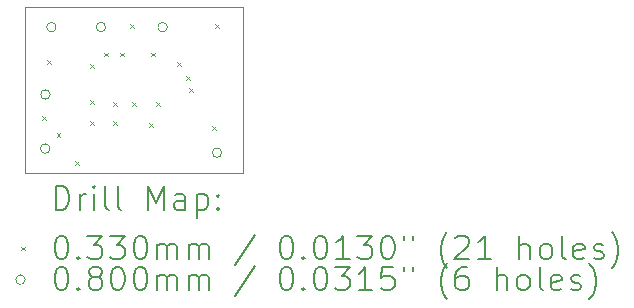
<source format=gbr>
%TF.GenerationSoftware,KiCad,Pcbnew,8.0.8-8.0.8-0~ubuntu24.04.1*%
%TF.CreationDate,2025-02-14T12:49:03-06:00*%
%TF.ProjectId,tof_module,746f665f-6d6f-4647-956c-652e6b696361,rev?*%
%TF.SameCoordinates,Original*%
%TF.FileFunction,Drillmap*%
%TF.FilePolarity,Positive*%
%FSLAX45Y45*%
G04 Gerber Fmt 4.5, Leading zero omitted, Abs format (unit mm)*
G04 Created by KiCad (PCBNEW 8.0.8-8.0.8-0~ubuntu24.04.1) date 2025-02-14 12:49:03*
%MOMM*%
%LPD*%
G01*
G04 APERTURE LIST*
%ADD10C,0.050000*%
%ADD11C,0.200000*%
%ADD12C,0.100000*%
G04 APERTURE END LIST*
D10*
X10740000Y-7640000D02*
X12580000Y-7640000D01*
X12580000Y-9040000D01*
X10740000Y-9040000D01*
X10740000Y-7640000D01*
D11*
D12*
X10883490Y-8563490D02*
X10916510Y-8596510D01*
X10916510Y-8563490D02*
X10883490Y-8596510D01*
X10923490Y-8083490D02*
X10956510Y-8116510D01*
X10956510Y-8083490D02*
X10923490Y-8116510D01*
X11003490Y-8703490D02*
X11036510Y-8736510D01*
X11036510Y-8703490D02*
X11003490Y-8736510D01*
X11163490Y-8943490D02*
X11196510Y-8976510D01*
X11196510Y-8943490D02*
X11163490Y-8976510D01*
X11283490Y-8123490D02*
X11316510Y-8156510D01*
X11316510Y-8123490D02*
X11283490Y-8156510D01*
X11283490Y-8423490D02*
X11316510Y-8456510D01*
X11316510Y-8423490D02*
X11283490Y-8456510D01*
X11283490Y-8603490D02*
X11316510Y-8636510D01*
X11316510Y-8603490D02*
X11283490Y-8636510D01*
X11403490Y-8023490D02*
X11436510Y-8056510D01*
X11436510Y-8023490D02*
X11403490Y-8056510D01*
X11483490Y-8443490D02*
X11516510Y-8476510D01*
X11516510Y-8443490D02*
X11483490Y-8476510D01*
X11483490Y-8603490D02*
X11516510Y-8636510D01*
X11516510Y-8603490D02*
X11483490Y-8636510D01*
X11543490Y-8023490D02*
X11576510Y-8056510D01*
X11576510Y-8023490D02*
X11543490Y-8056510D01*
X11623490Y-7783490D02*
X11656510Y-7816510D01*
X11656510Y-7783490D02*
X11623490Y-7816510D01*
X11643490Y-8443490D02*
X11676510Y-8476510D01*
X11676510Y-8443490D02*
X11643490Y-8476510D01*
X11783490Y-8623490D02*
X11816510Y-8656510D01*
X11816510Y-8623490D02*
X11783490Y-8656510D01*
X11803490Y-8023490D02*
X11836510Y-8056510D01*
X11836510Y-8023490D02*
X11803490Y-8056510D01*
X11843490Y-8443490D02*
X11876510Y-8476510D01*
X11876510Y-8443490D02*
X11843490Y-8476510D01*
X12023490Y-8103490D02*
X12056510Y-8136510D01*
X12056510Y-8103490D02*
X12023490Y-8136510D01*
X12103490Y-8223490D02*
X12136510Y-8256510D01*
X12136510Y-8223490D02*
X12103490Y-8256510D01*
X12123490Y-8323490D02*
X12156510Y-8356510D01*
X12156510Y-8323490D02*
X12123490Y-8356510D01*
X12323490Y-8643490D02*
X12356510Y-8676510D01*
X12356510Y-8643490D02*
X12323490Y-8676510D01*
X12343490Y-7783490D02*
X12376510Y-7816510D01*
X12376510Y-7783490D02*
X12343490Y-7816510D01*
X10947562Y-8836819D02*
G75*
G02*
X10867562Y-8836819I-40000J0D01*
G01*
X10867562Y-8836819D02*
G75*
G02*
X10947562Y-8836819I40000J0D01*
G01*
X10948906Y-8379293D02*
G75*
G02*
X10868906Y-8379293I-40000J0D01*
G01*
X10868906Y-8379293D02*
G75*
G02*
X10948906Y-8379293I40000J0D01*
G01*
X10999632Y-7808000D02*
G75*
G02*
X10919632Y-7808000I-40000J0D01*
G01*
X10919632Y-7808000D02*
G75*
G02*
X10999632Y-7808000I40000J0D01*
G01*
X11418844Y-7808000D02*
G75*
G02*
X11338844Y-7808000I-40000J0D01*
G01*
X11338844Y-7808000D02*
G75*
G02*
X11418844Y-7808000I40000J0D01*
G01*
X11940913Y-7808000D02*
G75*
G02*
X11860913Y-7808000I-40000J0D01*
G01*
X11860913Y-7808000D02*
G75*
G02*
X11940913Y-7808000I40000J0D01*
G01*
X12401814Y-8871541D02*
G75*
G02*
X12321814Y-8871541I-40000J0D01*
G01*
X12321814Y-8871541D02*
G75*
G02*
X12401814Y-8871541I40000J0D01*
G01*
D11*
X10998277Y-9353984D02*
X10998277Y-9153984D01*
X10998277Y-9153984D02*
X11045896Y-9153984D01*
X11045896Y-9153984D02*
X11074467Y-9163508D01*
X11074467Y-9163508D02*
X11093515Y-9182555D01*
X11093515Y-9182555D02*
X11103039Y-9201603D01*
X11103039Y-9201603D02*
X11112563Y-9239698D01*
X11112563Y-9239698D02*
X11112563Y-9268270D01*
X11112563Y-9268270D02*
X11103039Y-9306365D01*
X11103039Y-9306365D02*
X11093515Y-9325412D01*
X11093515Y-9325412D02*
X11074467Y-9344460D01*
X11074467Y-9344460D02*
X11045896Y-9353984D01*
X11045896Y-9353984D02*
X10998277Y-9353984D01*
X11198277Y-9353984D02*
X11198277Y-9220650D01*
X11198277Y-9258746D02*
X11207801Y-9239698D01*
X11207801Y-9239698D02*
X11217324Y-9230174D01*
X11217324Y-9230174D02*
X11236372Y-9220650D01*
X11236372Y-9220650D02*
X11255420Y-9220650D01*
X11322086Y-9353984D02*
X11322086Y-9220650D01*
X11322086Y-9153984D02*
X11312562Y-9163508D01*
X11312562Y-9163508D02*
X11322086Y-9173031D01*
X11322086Y-9173031D02*
X11331610Y-9163508D01*
X11331610Y-9163508D02*
X11322086Y-9153984D01*
X11322086Y-9153984D02*
X11322086Y-9173031D01*
X11445896Y-9353984D02*
X11426848Y-9344460D01*
X11426848Y-9344460D02*
X11417324Y-9325412D01*
X11417324Y-9325412D02*
X11417324Y-9153984D01*
X11550658Y-9353984D02*
X11531610Y-9344460D01*
X11531610Y-9344460D02*
X11522086Y-9325412D01*
X11522086Y-9325412D02*
X11522086Y-9153984D01*
X11779229Y-9353984D02*
X11779229Y-9153984D01*
X11779229Y-9153984D02*
X11845896Y-9296841D01*
X11845896Y-9296841D02*
X11912562Y-9153984D01*
X11912562Y-9153984D02*
X11912562Y-9353984D01*
X12093515Y-9353984D02*
X12093515Y-9249222D01*
X12093515Y-9249222D02*
X12083991Y-9230174D01*
X12083991Y-9230174D02*
X12064943Y-9220650D01*
X12064943Y-9220650D02*
X12026848Y-9220650D01*
X12026848Y-9220650D02*
X12007801Y-9230174D01*
X12093515Y-9344460D02*
X12074467Y-9353984D01*
X12074467Y-9353984D02*
X12026848Y-9353984D01*
X12026848Y-9353984D02*
X12007801Y-9344460D01*
X12007801Y-9344460D02*
X11998277Y-9325412D01*
X11998277Y-9325412D02*
X11998277Y-9306365D01*
X11998277Y-9306365D02*
X12007801Y-9287317D01*
X12007801Y-9287317D02*
X12026848Y-9277793D01*
X12026848Y-9277793D02*
X12074467Y-9277793D01*
X12074467Y-9277793D02*
X12093515Y-9268270D01*
X12188753Y-9220650D02*
X12188753Y-9420650D01*
X12188753Y-9230174D02*
X12207801Y-9220650D01*
X12207801Y-9220650D02*
X12245896Y-9220650D01*
X12245896Y-9220650D02*
X12264943Y-9230174D01*
X12264943Y-9230174D02*
X12274467Y-9239698D01*
X12274467Y-9239698D02*
X12283991Y-9258746D01*
X12283991Y-9258746D02*
X12283991Y-9315889D01*
X12283991Y-9315889D02*
X12274467Y-9334936D01*
X12274467Y-9334936D02*
X12264943Y-9344460D01*
X12264943Y-9344460D02*
X12245896Y-9353984D01*
X12245896Y-9353984D02*
X12207801Y-9353984D01*
X12207801Y-9353984D02*
X12188753Y-9344460D01*
X12369705Y-9334936D02*
X12379229Y-9344460D01*
X12379229Y-9344460D02*
X12369705Y-9353984D01*
X12369705Y-9353984D02*
X12360182Y-9344460D01*
X12360182Y-9344460D02*
X12369705Y-9334936D01*
X12369705Y-9334936D02*
X12369705Y-9353984D01*
X12369705Y-9230174D02*
X12379229Y-9239698D01*
X12379229Y-9239698D02*
X12369705Y-9249222D01*
X12369705Y-9249222D02*
X12360182Y-9239698D01*
X12360182Y-9239698D02*
X12369705Y-9230174D01*
X12369705Y-9230174D02*
X12369705Y-9249222D01*
D12*
X10704480Y-9665990D02*
X10737500Y-9699010D01*
X10737500Y-9665990D02*
X10704480Y-9699010D01*
D11*
X11036372Y-9573984D02*
X11055420Y-9573984D01*
X11055420Y-9573984D02*
X11074467Y-9583508D01*
X11074467Y-9583508D02*
X11083991Y-9593031D01*
X11083991Y-9593031D02*
X11093515Y-9612079D01*
X11093515Y-9612079D02*
X11103039Y-9650174D01*
X11103039Y-9650174D02*
X11103039Y-9697793D01*
X11103039Y-9697793D02*
X11093515Y-9735889D01*
X11093515Y-9735889D02*
X11083991Y-9754936D01*
X11083991Y-9754936D02*
X11074467Y-9764460D01*
X11074467Y-9764460D02*
X11055420Y-9773984D01*
X11055420Y-9773984D02*
X11036372Y-9773984D01*
X11036372Y-9773984D02*
X11017324Y-9764460D01*
X11017324Y-9764460D02*
X11007801Y-9754936D01*
X11007801Y-9754936D02*
X10998277Y-9735889D01*
X10998277Y-9735889D02*
X10988753Y-9697793D01*
X10988753Y-9697793D02*
X10988753Y-9650174D01*
X10988753Y-9650174D02*
X10998277Y-9612079D01*
X10998277Y-9612079D02*
X11007801Y-9593031D01*
X11007801Y-9593031D02*
X11017324Y-9583508D01*
X11017324Y-9583508D02*
X11036372Y-9573984D01*
X11188753Y-9754936D02*
X11198277Y-9764460D01*
X11198277Y-9764460D02*
X11188753Y-9773984D01*
X11188753Y-9773984D02*
X11179229Y-9764460D01*
X11179229Y-9764460D02*
X11188753Y-9754936D01*
X11188753Y-9754936D02*
X11188753Y-9773984D01*
X11264943Y-9573984D02*
X11388753Y-9573984D01*
X11388753Y-9573984D02*
X11322086Y-9650174D01*
X11322086Y-9650174D02*
X11350658Y-9650174D01*
X11350658Y-9650174D02*
X11369705Y-9659698D01*
X11369705Y-9659698D02*
X11379229Y-9669222D01*
X11379229Y-9669222D02*
X11388753Y-9688270D01*
X11388753Y-9688270D02*
X11388753Y-9735889D01*
X11388753Y-9735889D02*
X11379229Y-9754936D01*
X11379229Y-9754936D02*
X11369705Y-9764460D01*
X11369705Y-9764460D02*
X11350658Y-9773984D01*
X11350658Y-9773984D02*
X11293515Y-9773984D01*
X11293515Y-9773984D02*
X11274467Y-9764460D01*
X11274467Y-9764460D02*
X11264943Y-9754936D01*
X11455420Y-9573984D02*
X11579229Y-9573984D01*
X11579229Y-9573984D02*
X11512562Y-9650174D01*
X11512562Y-9650174D02*
X11541134Y-9650174D01*
X11541134Y-9650174D02*
X11560182Y-9659698D01*
X11560182Y-9659698D02*
X11569705Y-9669222D01*
X11569705Y-9669222D02*
X11579229Y-9688270D01*
X11579229Y-9688270D02*
X11579229Y-9735889D01*
X11579229Y-9735889D02*
X11569705Y-9754936D01*
X11569705Y-9754936D02*
X11560182Y-9764460D01*
X11560182Y-9764460D02*
X11541134Y-9773984D01*
X11541134Y-9773984D02*
X11483991Y-9773984D01*
X11483991Y-9773984D02*
X11464943Y-9764460D01*
X11464943Y-9764460D02*
X11455420Y-9754936D01*
X11703039Y-9573984D02*
X11722086Y-9573984D01*
X11722086Y-9573984D02*
X11741134Y-9583508D01*
X11741134Y-9583508D02*
X11750658Y-9593031D01*
X11750658Y-9593031D02*
X11760182Y-9612079D01*
X11760182Y-9612079D02*
X11769705Y-9650174D01*
X11769705Y-9650174D02*
X11769705Y-9697793D01*
X11769705Y-9697793D02*
X11760182Y-9735889D01*
X11760182Y-9735889D02*
X11750658Y-9754936D01*
X11750658Y-9754936D02*
X11741134Y-9764460D01*
X11741134Y-9764460D02*
X11722086Y-9773984D01*
X11722086Y-9773984D02*
X11703039Y-9773984D01*
X11703039Y-9773984D02*
X11683991Y-9764460D01*
X11683991Y-9764460D02*
X11674467Y-9754936D01*
X11674467Y-9754936D02*
X11664943Y-9735889D01*
X11664943Y-9735889D02*
X11655420Y-9697793D01*
X11655420Y-9697793D02*
X11655420Y-9650174D01*
X11655420Y-9650174D02*
X11664943Y-9612079D01*
X11664943Y-9612079D02*
X11674467Y-9593031D01*
X11674467Y-9593031D02*
X11683991Y-9583508D01*
X11683991Y-9583508D02*
X11703039Y-9573984D01*
X11855420Y-9773984D02*
X11855420Y-9640650D01*
X11855420Y-9659698D02*
X11864943Y-9650174D01*
X11864943Y-9650174D02*
X11883991Y-9640650D01*
X11883991Y-9640650D02*
X11912563Y-9640650D01*
X11912563Y-9640650D02*
X11931610Y-9650174D01*
X11931610Y-9650174D02*
X11941134Y-9669222D01*
X11941134Y-9669222D02*
X11941134Y-9773984D01*
X11941134Y-9669222D02*
X11950658Y-9650174D01*
X11950658Y-9650174D02*
X11969705Y-9640650D01*
X11969705Y-9640650D02*
X11998277Y-9640650D01*
X11998277Y-9640650D02*
X12017324Y-9650174D01*
X12017324Y-9650174D02*
X12026848Y-9669222D01*
X12026848Y-9669222D02*
X12026848Y-9773984D01*
X12122086Y-9773984D02*
X12122086Y-9640650D01*
X12122086Y-9659698D02*
X12131610Y-9650174D01*
X12131610Y-9650174D02*
X12150658Y-9640650D01*
X12150658Y-9640650D02*
X12179229Y-9640650D01*
X12179229Y-9640650D02*
X12198277Y-9650174D01*
X12198277Y-9650174D02*
X12207801Y-9669222D01*
X12207801Y-9669222D02*
X12207801Y-9773984D01*
X12207801Y-9669222D02*
X12217324Y-9650174D01*
X12217324Y-9650174D02*
X12236372Y-9640650D01*
X12236372Y-9640650D02*
X12264943Y-9640650D01*
X12264943Y-9640650D02*
X12283991Y-9650174D01*
X12283991Y-9650174D02*
X12293515Y-9669222D01*
X12293515Y-9669222D02*
X12293515Y-9773984D01*
X12683991Y-9564460D02*
X12512563Y-9821603D01*
X12941134Y-9573984D02*
X12960182Y-9573984D01*
X12960182Y-9573984D02*
X12979229Y-9583508D01*
X12979229Y-9583508D02*
X12988753Y-9593031D01*
X12988753Y-9593031D02*
X12998277Y-9612079D01*
X12998277Y-9612079D02*
X13007801Y-9650174D01*
X13007801Y-9650174D02*
X13007801Y-9697793D01*
X13007801Y-9697793D02*
X12998277Y-9735889D01*
X12998277Y-9735889D02*
X12988753Y-9754936D01*
X12988753Y-9754936D02*
X12979229Y-9764460D01*
X12979229Y-9764460D02*
X12960182Y-9773984D01*
X12960182Y-9773984D02*
X12941134Y-9773984D01*
X12941134Y-9773984D02*
X12922086Y-9764460D01*
X12922086Y-9764460D02*
X12912563Y-9754936D01*
X12912563Y-9754936D02*
X12903039Y-9735889D01*
X12903039Y-9735889D02*
X12893515Y-9697793D01*
X12893515Y-9697793D02*
X12893515Y-9650174D01*
X12893515Y-9650174D02*
X12903039Y-9612079D01*
X12903039Y-9612079D02*
X12912563Y-9593031D01*
X12912563Y-9593031D02*
X12922086Y-9583508D01*
X12922086Y-9583508D02*
X12941134Y-9573984D01*
X13093515Y-9754936D02*
X13103039Y-9764460D01*
X13103039Y-9764460D02*
X13093515Y-9773984D01*
X13093515Y-9773984D02*
X13083991Y-9764460D01*
X13083991Y-9764460D02*
X13093515Y-9754936D01*
X13093515Y-9754936D02*
X13093515Y-9773984D01*
X13226848Y-9573984D02*
X13245896Y-9573984D01*
X13245896Y-9573984D02*
X13264944Y-9583508D01*
X13264944Y-9583508D02*
X13274467Y-9593031D01*
X13274467Y-9593031D02*
X13283991Y-9612079D01*
X13283991Y-9612079D02*
X13293515Y-9650174D01*
X13293515Y-9650174D02*
X13293515Y-9697793D01*
X13293515Y-9697793D02*
X13283991Y-9735889D01*
X13283991Y-9735889D02*
X13274467Y-9754936D01*
X13274467Y-9754936D02*
X13264944Y-9764460D01*
X13264944Y-9764460D02*
X13245896Y-9773984D01*
X13245896Y-9773984D02*
X13226848Y-9773984D01*
X13226848Y-9773984D02*
X13207801Y-9764460D01*
X13207801Y-9764460D02*
X13198277Y-9754936D01*
X13198277Y-9754936D02*
X13188753Y-9735889D01*
X13188753Y-9735889D02*
X13179229Y-9697793D01*
X13179229Y-9697793D02*
X13179229Y-9650174D01*
X13179229Y-9650174D02*
X13188753Y-9612079D01*
X13188753Y-9612079D02*
X13198277Y-9593031D01*
X13198277Y-9593031D02*
X13207801Y-9583508D01*
X13207801Y-9583508D02*
X13226848Y-9573984D01*
X13483991Y-9773984D02*
X13369706Y-9773984D01*
X13426848Y-9773984D02*
X13426848Y-9573984D01*
X13426848Y-9573984D02*
X13407801Y-9602555D01*
X13407801Y-9602555D02*
X13388753Y-9621603D01*
X13388753Y-9621603D02*
X13369706Y-9631127D01*
X13550658Y-9573984D02*
X13674467Y-9573984D01*
X13674467Y-9573984D02*
X13607801Y-9650174D01*
X13607801Y-9650174D02*
X13636372Y-9650174D01*
X13636372Y-9650174D02*
X13655420Y-9659698D01*
X13655420Y-9659698D02*
X13664944Y-9669222D01*
X13664944Y-9669222D02*
X13674467Y-9688270D01*
X13674467Y-9688270D02*
X13674467Y-9735889D01*
X13674467Y-9735889D02*
X13664944Y-9754936D01*
X13664944Y-9754936D02*
X13655420Y-9764460D01*
X13655420Y-9764460D02*
X13636372Y-9773984D01*
X13636372Y-9773984D02*
X13579229Y-9773984D01*
X13579229Y-9773984D02*
X13560182Y-9764460D01*
X13560182Y-9764460D02*
X13550658Y-9754936D01*
X13798277Y-9573984D02*
X13817325Y-9573984D01*
X13817325Y-9573984D02*
X13836372Y-9583508D01*
X13836372Y-9583508D02*
X13845896Y-9593031D01*
X13845896Y-9593031D02*
X13855420Y-9612079D01*
X13855420Y-9612079D02*
X13864944Y-9650174D01*
X13864944Y-9650174D02*
X13864944Y-9697793D01*
X13864944Y-9697793D02*
X13855420Y-9735889D01*
X13855420Y-9735889D02*
X13845896Y-9754936D01*
X13845896Y-9754936D02*
X13836372Y-9764460D01*
X13836372Y-9764460D02*
X13817325Y-9773984D01*
X13817325Y-9773984D02*
X13798277Y-9773984D01*
X13798277Y-9773984D02*
X13779229Y-9764460D01*
X13779229Y-9764460D02*
X13769706Y-9754936D01*
X13769706Y-9754936D02*
X13760182Y-9735889D01*
X13760182Y-9735889D02*
X13750658Y-9697793D01*
X13750658Y-9697793D02*
X13750658Y-9650174D01*
X13750658Y-9650174D02*
X13760182Y-9612079D01*
X13760182Y-9612079D02*
X13769706Y-9593031D01*
X13769706Y-9593031D02*
X13779229Y-9583508D01*
X13779229Y-9583508D02*
X13798277Y-9573984D01*
X13941134Y-9573984D02*
X13941134Y-9612079D01*
X14017325Y-9573984D02*
X14017325Y-9612079D01*
X14312563Y-9850174D02*
X14303039Y-9840650D01*
X14303039Y-9840650D02*
X14283991Y-9812079D01*
X14283991Y-9812079D02*
X14274468Y-9793031D01*
X14274468Y-9793031D02*
X14264944Y-9764460D01*
X14264944Y-9764460D02*
X14255420Y-9716841D01*
X14255420Y-9716841D02*
X14255420Y-9678746D01*
X14255420Y-9678746D02*
X14264944Y-9631127D01*
X14264944Y-9631127D02*
X14274468Y-9602555D01*
X14274468Y-9602555D02*
X14283991Y-9583508D01*
X14283991Y-9583508D02*
X14303039Y-9554936D01*
X14303039Y-9554936D02*
X14312563Y-9545412D01*
X14379229Y-9593031D02*
X14388753Y-9583508D01*
X14388753Y-9583508D02*
X14407801Y-9573984D01*
X14407801Y-9573984D02*
X14455420Y-9573984D01*
X14455420Y-9573984D02*
X14474468Y-9583508D01*
X14474468Y-9583508D02*
X14483991Y-9593031D01*
X14483991Y-9593031D02*
X14493515Y-9612079D01*
X14493515Y-9612079D02*
X14493515Y-9631127D01*
X14493515Y-9631127D02*
X14483991Y-9659698D01*
X14483991Y-9659698D02*
X14369706Y-9773984D01*
X14369706Y-9773984D02*
X14493515Y-9773984D01*
X14683991Y-9773984D02*
X14569706Y-9773984D01*
X14626848Y-9773984D02*
X14626848Y-9573984D01*
X14626848Y-9573984D02*
X14607801Y-9602555D01*
X14607801Y-9602555D02*
X14588753Y-9621603D01*
X14588753Y-9621603D02*
X14569706Y-9631127D01*
X14922087Y-9773984D02*
X14922087Y-9573984D01*
X15007801Y-9773984D02*
X15007801Y-9669222D01*
X15007801Y-9669222D02*
X14998277Y-9650174D01*
X14998277Y-9650174D02*
X14979230Y-9640650D01*
X14979230Y-9640650D02*
X14950658Y-9640650D01*
X14950658Y-9640650D02*
X14931610Y-9650174D01*
X14931610Y-9650174D02*
X14922087Y-9659698D01*
X15131610Y-9773984D02*
X15112563Y-9764460D01*
X15112563Y-9764460D02*
X15103039Y-9754936D01*
X15103039Y-9754936D02*
X15093515Y-9735889D01*
X15093515Y-9735889D02*
X15093515Y-9678746D01*
X15093515Y-9678746D02*
X15103039Y-9659698D01*
X15103039Y-9659698D02*
X15112563Y-9650174D01*
X15112563Y-9650174D02*
X15131610Y-9640650D01*
X15131610Y-9640650D02*
X15160182Y-9640650D01*
X15160182Y-9640650D02*
X15179230Y-9650174D01*
X15179230Y-9650174D02*
X15188753Y-9659698D01*
X15188753Y-9659698D02*
X15198277Y-9678746D01*
X15198277Y-9678746D02*
X15198277Y-9735889D01*
X15198277Y-9735889D02*
X15188753Y-9754936D01*
X15188753Y-9754936D02*
X15179230Y-9764460D01*
X15179230Y-9764460D02*
X15160182Y-9773984D01*
X15160182Y-9773984D02*
X15131610Y-9773984D01*
X15312563Y-9773984D02*
X15293515Y-9764460D01*
X15293515Y-9764460D02*
X15283991Y-9745412D01*
X15283991Y-9745412D02*
X15283991Y-9573984D01*
X15464944Y-9764460D02*
X15445896Y-9773984D01*
X15445896Y-9773984D02*
X15407801Y-9773984D01*
X15407801Y-9773984D02*
X15388753Y-9764460D01*
X15388753Y-9764460D02*
X15379230Y-9745412D01*
X15379230Y-9745412D02*
X15379230Y-9669222D01*
X15379230Y-9669222D02*
X15388753Y-9650174D01*
X15388753Y-9650174D02*
X15407801Y-9640650D01*
X15407801Y-9640650D02*
X15445896Y-9640650D01*
X15445896Y-9640650D02*
X15464944Y-9650174D01*
X15464944Y-9650174D02*
X15474468Y-9669222D01*
X15474468Y-9669222D02*
X15474468Y-9688270D01*
X15474468Y-9688270D02*
X15379230Y-9707317D01*
X15550658Y-9764460D02*
X15569706Y-9773984D01*
X15569706Y-9773984D02*
X15607801Y-9773984D01*
X15607801Y-9773984D02*
X15626849Y-9764460D01*
X15626849Y-9764460D02*
X15636372Y-9745412D01*
X15636372Y-9745412D02*
X15636372Y-9735889D01*
X15636372Y-9735889D02*
X15626849Y-9716841D01*
X15626849Y-9716841D02*
X15607801Y-9707317D01*
X15607801Y-9707317D02*
X15579230Y-9707317D01*
X15579230Y-9707317D02*
X15560182Y-9697793D01*
X15560182Y-9697793D02*
X15550658Y-9678746D01*
X15550658Y-9678746D02*
X15550658Y-9669222D01*
X15550658Y-9669222D02*
X15560182Y-9650174D01*
X15560182Y-9650174D02*
X15579230Y-9640650D01*
X15579230Y-9640650D02*
X15607801Y-9640650D01*
X15607801Y-9640650D02*
X15626849Y-9650174D01*
X15703039Y-9850174D02*
X15712563Y-9840650D01*
X15712563Y-9840650D02*
X15731611Y-9812079D01*
X15731611Y-9812079D02*
X15741134Y-9793031D01*
X15741134Y-9793031D02*
X15750658Y-9764460D01*
X15750658Y-9764460D02*
X15760182Y-9716841D01*
X15760182Y-9716841D02*
X15760182Y-9678746D01*
X15760182Y-9678746D02*
X15750658Y-9631127D01*
X15750658Y-9631127D02*
X15741134Y-9602555D01*
X15741134Y-9602555D02*
X15731611Y-9583508D01*
X15731611Y-9583508D02*
X15712563Y-9554936D01*
X15712563Y-9554936D02*
X15703039Y-9545412D01*
D12*
X10737500Y-9946500D02*
G75*
G02*
X10657500Y-9946500I-40000J0D01*
G01*
X10657500Y-9946500D02*
G75*
G02*
X10737500Y-9946500I40000J0D01*
G01*
D11*
X11036372Y-9837984D02*
X11055420Y-9837984D01*
X11055420Y-9837984D02*
X11074467Y-9847508D01*
X11074467Y-9847508D02*
X11083991Y-9857031D01*
X11083991Y-9857031D02*
X11093515Y-9876079D01*
X11093515Y-9876079D02*
X11103039Y-9914174D01*
X11103039Y-9914174D02*
X11103039Y-9961793D01*
X11103039Y-9961793D02*
X11093515Y-9999889D01*
X11093515Y-9999889D02*
X11083991Y-10018936D01*
X11083991Y-10018936D02*
X11074467Y-10028460D01*
X11074467Y-10028460D02*
X11055420Y-10037984D01*
X11055420Y-10037984D02*
X11036372Y-10037984D01*
X11036372Y-10037984D02*
X11017324Y-10028460D01*
X11017324Y-10028460D02*
X11007801Y-10018936D01*
X11007801Y-10018936D02*
X10998277Y-9999889D01*
X10998277Y-9999889D02*
X10988753Y-9961793D01*
X10988753Y-9961793D02*
X10988753Y-9914174D01*
X10988753Y-9914174D02*
X10998277Y-9876079D01*
X10998277Y-9876079D02*
X11007801Y-9857031D01*
X11007801Y-9857031D02*
X11017324Y-9847508D01*
X11017324Y-9847508D02*
X11036372Y-9837984D01*
X11188753Y-10018936D02*
X11198277Y-10028460D01*
X11198277Y-10028460D02*
X11188753Y-10037984D01*
X11188753Y-10037984D02*
X11179229Y-10028460D01*
X11179229Y-10028460D02*
X11188753Y-10018936D01*
X11188753Y-10018936D02*
X11188753Y-10037984D01*
X11312562Y-9923698D02*
X11293515Y-9914174D01*
X11293515Y-9914174D02*
X11283991Y-9904650D01*
X11283991Y-9904650D02*
X11274467Y-9885603D01*
X11274467Y-9885603D02*
X11274467Y-9876079D01*
X11274467Y-9876079D02*
X11283991Y-9857031D01*
X11283991Y-9857031D02*
X11293515Y-9847508D01*
X11293515Y-9847508D02*
X11312562Y-9837984D01*
X11312562Y-9837984D02*
X11350658Y-9837984D01*
X11350658Y-9837984D02*
X11369705Y-9847508D01*
X11369705Y-9847508D02*
X11379229Y-9857031D01*
X11379229Y-9857031D02*
X11388753Y-9876079D01*
X11388753Y-9876079D02*
X11388753Y-9885603D01*
X11388753Y-9885603D02*
X11379229Y-9904650D01*
X11379229Y-9904650D02*
X11369705Y-9914174D01*
X11369705Y-9914174D02*
X11350658Y-9923698D01*
X11350658Y-9923698D02*
X11312562Y-9923698D01*
X11312562Y-9923698D02*
X11293515Y-9933222D01*
X11293515Y-9933222D02*
X11283991Y-9942746D01*
X11283991Y-9942746D02*
X11274467Y-9961793D01*
X11274467Y-9961793D02*
X11274467Y-9999889D01*
X11274467Y-9999889D02*
X11283991Y-10018936D01*
X11283991Y-10018936D02*
X11293515Y-10028460D01*
X11293515Y-10028460D02*
X11312562Y-10037984D01*
X11312562Y-10037984D02*
X11350658Y-10037984D01*
X11350658Y-10037984D02*
X11369705Y-10028460D01*
X11369705Y-10028460D02*
X11379229Y-10018936D01*
X11379229Y-10018936D02*
X11388753Y-9999889D01*
X11388753Y-9999889D02*
X11388753Y-9961793D01*
X11388753Y-9961793D02*
X11379229Y-9942746D01*
X11379229Y-9942746D02*
X11369705Y-9933222D01*
X11369705Y-9933222D02*
X11350658Y-9923698D01*
X11512562Y-9837984D02*
X11531610Y-9837984D01*
X11531610Y-9837984D02*
X11550658Y-9847508D01*
X11550658Y-9847508D02*
X11560182Y-9857031D01*
X11560182Y-9857031D02*
X11569705Y-9876079D01*
X11569705Y-9876079D02*
X11579229Y-9914174D01*
X11579229Y-9914174D02*
X11579229Y-9961793D01*
X11579229Y-9961793D02*
X11569705Y-9999889D01*
X11569705Y-9999889D02*
X11560182Y-10018936D01*
X11560182Y-10018936D02*
X11550658Y-10028460D01*
X11550658Y-10028460D02*
X11531610Y-10037984D01*
X11531610Y-10037984D02*
X11512562Y-10037984D01*
X11512562Y-10037984D02*
X11493515Y-10028460D01*
X11493515Y-10028460D02*
X11483991Y-10018936D01*
X11483991Y-10018936D02*
X11474467Y-9999889D01*
X11474467Y-9999889D02*
X11464943Y-9961793D01*
X11464943Y-9961793D02*
X11464943Y-9914174D01*
X11464943Y-9914174D02*
X11474467Y-9876079D01*
X11474467Y-9876079D02*
X11483991Y-9857031D01*
X11483991Y-9857031D02*
X11493515Y-9847508D01*
X11493515Y-9847508D02*
X11512562Y-9837984D01*
X11703039Y-9837984D02*
X11722086Y-9837984D01*
X11722086Y-9837984D02*
X11741134Y-9847508D01*
X11741134Y-9847508D02*
X11750658Y-9857031D01*
X11750658Y-9857031D02*
X11760182Y-9876079D01*
X11760182Y-9876079D02*
X11769705Y-9914174D01*
X11769705Y-9914174D02*
X11769705Y-9961793D01*
X11769705Y-9961793D02*
X11760182Y-9999889D01*
X11760182Y-9999889D02*
X11750658Y-10018936D01*
X11750658Y-10018936D02*
X11741134Y-10028460D01*
X11741134Y-10028460D02*
X11722086Y-10037984D01*
X11722086Y-10037984D02*
X11703039Y-10037984D01*
X11703039Y-10037984D02*
X11683991Y-10028460D01*
X11683991Y-10028460D02*
X11674467Y-10018936D01*
X11674467Y-10018936D02*
X11664943Y-9999889D01*
X11664943Y-9999889D02*
X11655420Y-9961793D01*
X11655420Y-9961793D02*
X11655420Y-9914174D01*
X11655420Y-9914174D02*
X11664943Y-9876079D01*
X11664943Y-9876079D02*
X11674467Y-9857031D01*
X11674467Y-9857031D02*
X11683991Y-9847508D01*
X11683991Y-9847508D02*
X11703039Y-9837984D01*
X11855420Y-10037984D02*
X11855420Y-9904650D01*
X11855420Y-9923698D02*
X11864943Y-9914174D01*
X11864943Y-9914174D02*
X11883991Y-9904650D01*
X11883991Y-9904650D02*
X11912563Y-9904650D01*
X11912563Y-9904650D02*
X11931610Y-9914174D01*
X11931610Y-9914174D02*
X11941134Y-9933222D01*
X11941134Y-9933222D02*
X11941134Y-10037984D01*
X11941134Y-9933222D02*
X11950658Y-9914174D01*
X11950658Y-9914174D02*
X11969705Y-9904650D01*
X11969705Y-9904650D02*
X11998277Y-9904650D01*
X11998277Y-9904650D02*
X12017324Y-9914174D01*
X12017324Y-9914174D02*
X12026848Y-9933222D01*
X12026848Y-9933222D02*
X12026848Y-10037984D01*
X12122086Y-10037984D02*
X12122086Y-9904650D01*
X12122086Y-9923698D02*
X12131610Y-9914174D01*
X12131610Y-9914174D02*
X12150658Y-9904650D01*
X12150658Y-9904650D02*
X12179229Y-9904650D01*
X12179229Y-9904650D02*
X12198277Y-9914174D01*
X12198277Y-9914174D02*
X12207801Y-9933222D01*
X12207801Y-9933222D02*
X12207801Y-10037984D01*
X12207801Y-9933222D02*
X12217324Y-9914174D01*
X12217324Y-9914174D02*
X12236372Y-9904650D01*
X12236372Y-9904650D02*
X12264943Y-9904650D01*
X12264943Y-9904650D02*
X12283991Y-9914174D01*
X12283991Y-9914174D02*
X12293515Y-9933222D01*
X12293515Y-9933222D02*
X12293515Y-10037984D01*
X12683991Y-9828460D02*
X12512563Y-10085603D01*
X12941134Y-9837984D02*
X12960182Y-9837984D01*
X12960182Y-9837984D02*
X12979229Y-9847508D01*
X12979229Y-9847508D02*
X12988753Y-9857031D01*
X12988753Y-9857031D02*
X12998277Y-9876079D01*
X12998277Y-9876079D02*
X13007801Y-9914174D01*
X13007801Y-9914174D02*
X13007801Y-9961793D01*
X13007801Y-9961793D02*
X12998277Y-9999889D01*
X12998277Y-9999889D02*
X12988753Y-10018936D01*
X12988753Y-10018936D02*
X12979229Y-10028460D01*
X12979229Y-10028460D02*
X12960182Y-10037984D01*
X12960182Y-10037984D02*
X12941134Y-10037984D01*
X12941134Y-10037984D02*
X12922086Y-10028460D01*
X12922086Y-10028460D02*
X12912563Y-10018936D01*
X12912563Y-10018936D02*
X12903039Y-9999889D01*
X12903039Y-9999889D02*
X12893515Y-9961793D01*
X12893515Y-9961793D02*
X12893515Y-9914174D01*
X12893515Y-9914174D02*
X12903039Y-9876079D01*
X12903039Y-9876079D02*
X12912563Y-9857031D01*
X12912563Y-9857031D02*
X12922086Y-9847508D01*
X12922086Y-9847508D02*
X12941134Y-9837984D01*
X13093515Y-10018936D02*
X13103039Y-10028460D01*
X13103039Y-10028460D02*
X13093515Y-10037984D01*
X13093515Y-10037984D02*
X13083991Y-10028460D01*
X13083991Y-10028460D02*
X13093515Y-10018936D01*
X13093515Y-10018936D02*
X13093515Y-10037984D01*
X13226848Y-9837984D02*
X13245896Y-9837984D01*
X13245896Y-9837984D02*
X13264944Y-9847508D01*
X13264944Y-9847508D02*
X13274467Y-9857031D01*
X13274467Y-9857031D02*
X13283991Y-9876079D01*
X13283991Y-9876079D02*
X13293515Y-9914174D01*
X13293515Y-9914174D02*
X13293515Y-9961793D01*
X13293515Y-9961793D02*
X13283991Y-9999889D01*
X13283991Y-9999889D02*
X13274467Y-10018936D01*
X13274467Y-10018936D02*
X13264944Y-10028460D01*
X13264944Y-10028460D02*
X13245896Y-10037984D01*
X13245896Y-10037984D02*
X13226848Y-10037984D01*
X13226848Y-10037984D02*
X13207801Y-10028460D01*
X13207801Y-10028460D02*
X13198277Y-10018936D01*
X13198277Y-10018936D02*
X13188753Y-9999889D01*
X13188753Y-9999889D02*
X13179229Y-9961793D01*
X13179229Y-9961793D02*
X13179229Y-9914174D01*
X13179229Y-9914174D02*
X13188753Y-9876079D01*
X13188753Y-9876079D02*
X13198277Y-9857031D01*
X13198277Y-9857031D02*
X13207801Y-9847508D01*
X13207801Y-9847508D02*
X13226848Y-9837984D01*
X13360182Y-9837984D02*
X13483991Y-9837984D01*
X13483991Y-9837984D02*
X13417325Y-9914174D01*
X13417325Y-9914174D02*
X13445896Y-9914174D01*
X13445896Y-9914174D02*
X13464944Y-9923698D01*
X13464944Y-9923698D02*
X13474467Y-9933222D01*
X13474467Y-9933222D02*
X13483991Y-9952270D01*
X13483991Y-9952270D02*
X13483991Y-9999889D01*
X13483991Y-9999889D02*
X13474467Y-10018936D01*
X13474467Y-10018936D02*
X13464944Y-10028460D01*
X13464944Y-10028460D02*
X13445896Y-10037984D01*
X13445896Y-10037984D02*
X13388753Y-10037984D01*
X13388753Y-10037984D02*
X13369706Y-10028460D01*
X13369706Y-10028460D02*
X13360182Y-10018936D01*
X13674467Y-10037984D02*
X13560182Y-10037984D01*
X13617325Y-10037984D02*
X13617325Y-9837984D01*
X13617325Y-9837984D02*
X13598277Y-9866555D01*
X13598277Y-9866555D02*
X13579229Y-9885603D01*
X13579229Y-9885603D02*
X13560182Y-9895127D01*
X13855420Y-9837984D02*
X13760182Y-9837984D01*
X13760182Y-9837984D02*
X13750658Y-9933222D01*
X13750658Y-9933222D02*
X13760182Y-9923698D01*
X13760182Y-9923698D02*
X13779229Y-9914174D01*
X13779229Y-9914174D02*
X13826848Y-9914174D01*
X13826848Y-9914174D02*
X13845896Y-9923698D01*
X13845896Y-9923698D02*
X13855420Y-9933222D01*
X13855420Y-9933222D02*
X13864944Y-9952270D01*
X13864944Y-9952270D02*
X13864944Y-9999889D01*
X13864944Y-9999889D02*
X13855420Y-10018936D01*
X13855420Y-10018936D02*
X13845896Y-10028460D01*
X13845896Y-10028460D02*
X13826848Y-10037984D01*
X13826848Y-10037984D02*
X13779229Y-10037984D01*
X13779229Y-10037984D02*
X13760182Y-10028460D01*
X13760182Y-10028460D02*
X13750658Y-10018936D01*
X13941134Y-9837984D02*
X13941134Y-9876079D01*
X14017325Y-9837984D02*
X14017325Y-9876079D01*
X14312563Y-10114174D02*
X14303039Y-10104650D01*
X14303039Y-10104650D02*
X14283991Y-10076079D01*
X14283991Y-10076079D02*
X14274468Y-10057031D01*
X14274468Y-10057031D02*
X14264944Y-10028460D01*
X14264944Y-10028460D02*
X14255420Y-9980841D01*
X14255420Y-9980841D02*
X14255420Y-9942746D01*
X14255420Y-9942746D02*
X14264944Y-9895127D01*
X14264944Y-9895127D02*
X14274468Y-9866555D01*
X14274468Y-9866555D02*
X14283991Y-9847508D01*
X14283991Y-9847508D02*
X14303039Y-9818936D01*
X14303039Y-9818936D02*
X14312563Y-9809412D01*
X14474468Y-9837984D02*
X14436372Y-9837984D01*
X14436372Y-9837984D02*
X14417325Y-9847508D01*
X14417325Y-9847508D02*
X14407801Y-9857031D01*
X14407801Y-9857031D02*
X14388753Y-9885603D01*
X14388753Y-9885603D02*
X14379229Y-9923698D01*
X14379229Y-9923698D02*
X14379229Y-9999889D01*
X14379229Y-9999889D02*
X14388753Y-10018936D01*
X14388753Y-10018936D02*
X14398277Y-10028460D01*
X14398277Y-10028460D02*
X14417325Y-10037984D01*
X14417325Y-10037984D02*
X14455420Y-10037984D01*
X14455420Y-10037984D02*
X14474468Y-10028460D01*
X14474468Y-10028460D02*
X14483991Y-10018936D01*
X14483991Y-10018936D02*
X14493515Y-9999889D01*
X14493515Y-9999889D02*
X14493515Y-9952270D01*
X14493515Y-9952270D02*
X14483991Y-9933222D01*
X14483991Y-9933222D02*
X14474468Y-9923698D01*
X14474468Y-9923698D02*
X14455420Y-9914174D01*
X14455420Y-9914174D02*
X14417325Y-9914174D01*
X14417325Y-9914174D02*
X14398277Y-9923698D01*
X14398277Y-9923698D02*
X14388753Y-9933222D01*
X14388753Y-9933222D02*
X14379229Y-9952270D01*
X14731610Y-10037984D02*
X14731610Y-9837984D01*
X14817325Y-10037984D02*
X14817325Y-9933222D01*
X14817325Y-9933222D02*
X14807801Y-9914174D01*
X14807801Y-9914174D02*
X14788753Y-9904650D01*
X14788753Y-9904650D02*
X14760182Y-9904650D01*
X14760182Y-9904650D02*
X14741134Y-9914174D01*
X14741134Y-9914174D02*
X14731610Y-9923698D01*
X14941134Y-10037984D02*
X14922087Y-10028460D01*
X14922087Y-10028460D02*
X14912563Y-10018936D01*
X14912563Y-10018936D02*
X14903039Y-9999889D01*
X14903039Y-9999889D02*
X14903039Y-9942746D01*
X14903039Y-9942746D02*
X14912563Y-9923698D01*
X14912563Y-9923698D02*
X14922087Y-9914174D01*
X14922087Y-9914174D02*
X14941134Y-9904650D01*
X14941134Y-9904650D02*
X14969706Y-9904650D01*
X14969706Y-9904650D02*
X14988753Y-9914174D01*
X14988753Y-9914174D02*
X14998277Y-9923698D01*
X14998277Y-9923698D02*
X15007801Y-9942746D01*
X15007801Y-9942746D02*
X15007801Y-9999889D01*
X15007801Y-9999889D02*
X14998277Y-10018936D01*
X14998277Y-10018936D02*
X14988753Y-10028460D01*
X14988753Y-10028460D02*
X14969706Y-10037984D01*
X14969706Y-10037984D02*
X14941134Y-10037984D01*
X15122087Y-10037984D02*
X15103039Y-10028460D01*
X15103039Y-10028460D02*
X15093515Y-10009412D01*
X15093515Y-10009412D02*
X15093515Y-9837984D01*
X15274468Y-10028460D02*
X15255420Y-10037984D01*
X15255420Y-10037984D02*
X15217325Y-10037984D01*
X15217325Y-10037984D02*
X15198277Y-10028460D01*
X15198277Y-10028460D02*
X15188753Y-10009412D01*
X15188753Y-10009412D02*
X15188753Y-9933222D01*
X15188753Y-9933222D02*
X15198277Y-9914174D01*
X15198277Y-9914174D02*
X15217325Y-9904650D01*
X15217325Y-9904650D02*
X15255420Y-9904650D01*
X15255420Y-9904650D02*
X15274468Y-9914174D01*
X15274468Y-9914174D02*
X15283991Y-9933222D01*
X15283991Y-9933222D02*
X15283991Y-9952270D01*
X15283991Y-9952270D02*
X15188753Y-9971317D01*
X15360182Y-10028460D02*
X15379230Y-10037984D01*
X15379230Y-10037984D02*
X15417325Y-10037984D01*
X15417325Y-10037984D02*
X15436372Y-10028460D01*
X15436372Y-10028460D02*
X15445896Y-10009412D01*
X15445896Y-10009412D02*
X15445896Y-9999889D01*
X15445896Y-9999889D02*
X15436372Y-9980841D01*
X15436372Y-9980841D02*
X15417325Y-9971317D01*
X15417325Y-9971317D02*
X15388753Y-9971317D01*
X15388753Y-9971317D02*
X15369706Y-9961793D01*
X15369706Y-9961793D02*
X15360182Y-9942746D01*
X15360182Y-9942746D02*
X15360182Y-9933222D01*
X15360182Y-9933222D02*
X15369706Y-9914174D01*
X15369706Y-9914174D02*
X15388753Y-9904650D01*
X15388753Y-9904650D02*
X15417325Y-9904650D01*
X15417325Y-9904650D02*
X15436372Y-9914174D01*
X15512563Y-10114174D02*
X15522087Y-10104650D01*
X15522087Y-10104650D02*
X15541134Y-10076079D01*
X15541134Y-10076079D02*
X15550658Y-10057031D01*
X15550658Y-10057031D02*
X15560182Y-10028460D01*
X15560182Y-10028460D02*
X15569706Y-9980841D01*
X15569706Y-9980841D02*
X15569706Y-9942746D01*
X15569706Y-9942746D02*
X15560182Y-9895127D01*
X15560182Y-9895127D02*
X15550658Y-9866555D01*
X15550658Y-9866555D02*
X15541134Y-9847508D01*
X15541134Y-9847508D02*
X15522087Y-9818936D01*
X15522087Y-9818936D02*
X15512563Y-9809412D01*
M02*

</source>
